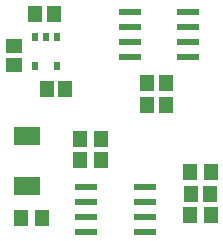
<source format=gtp>
G04 Layer_Color=8421504*
%FSLAX42Y42*%
%MOMM*%
G71*
G01*
G75*
%ADD10R,1.30X1.40*%
%ADD11R,2.18X1.62*%
%ADD12R,1.15X1.35*%
%ADD13R,0.55X0.80*%
%ADD14R,1.98X0.56*%
%ADD15R,1.40X1.30*%
D10*
X1890Y3060D02*
D03*
X2050D02*
D03*
X1990Y2420D02*
D03*
X2150D02*
D03*
X3000Y2470D02*
D03*
X2840D02*
D03*
X3000Y2290D02*
D03*
X2840D02*
D03*
X3372Y1537D02*
D03*
X3212D02*
D03*
D11*
X1827Y1605D02*
D03*
Y2027D02*
D03*
D12*
X1948Y1330D02*
D03*
X1773D02*
D03*
X2450Y1820D02*
D03*
X2275D02*
D03*
X3205Y1717D02*
D03*
X3380D02*
D03*
X3383Y1357D02*
D03*
X3208D02*
D03*
X2275Y2000D02*
D03*
X2450D02*
D03*
D13*
X2082Y2620D02*
D03*
X1892D02*
D03*
Y2860D02*
D03*
X1987D02*
D03*
X2082D02*
D03*
D14*
X2697Y3074D02*
D03*
Y2947D02*
D03*
Y2820D02*
D03*
Y2693D02*
D03*
X3190D02*
D03*
Y2820D02*
D03*
Y2947D02*
D03*
Y3074D02*
D03*
X2820Y1213D02*
D03*
Y1340D02*
D03*
Y1467D02*
D03*
Y1594D02*
D03*
X2327D02*
D03*
Y1467D02*
D03*
Y1340D02*
D03*
Y1213D02*
D03*
D15*
X1711Y2788D02*
D03*
Y2628D02*
D03*
M02*

</source>
